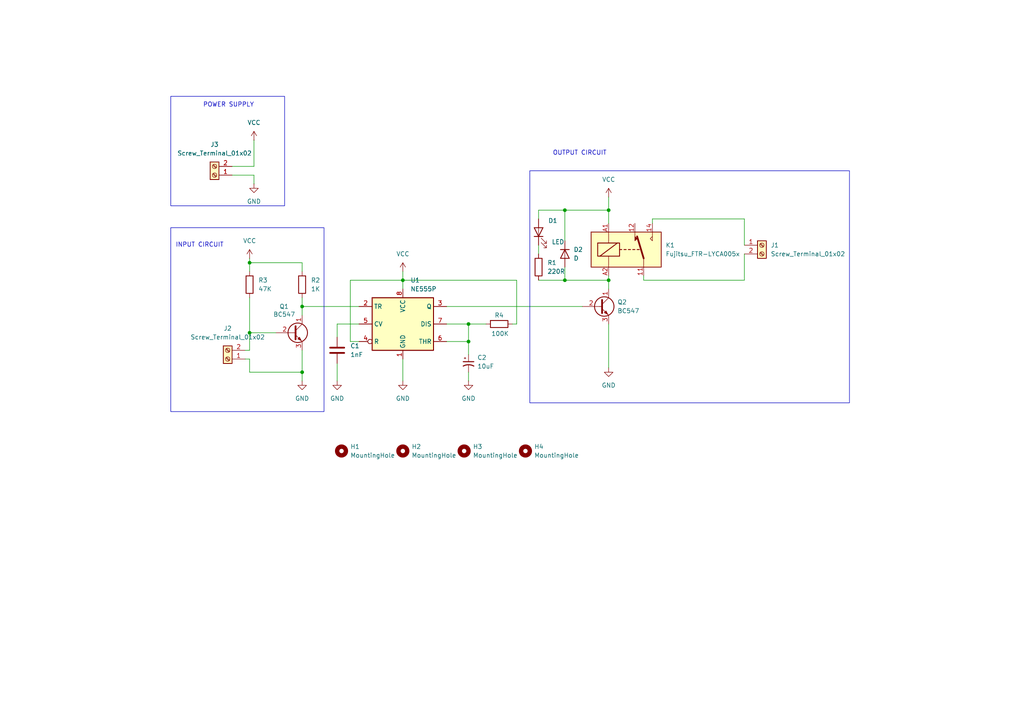
<source format=kicad_sch>
(kicad_sch (version 20231120) (generator "eeschema") (generator_version "8.0")
  (paper "A4")
  (title_block (title "CLAP SWITCH") (date "2024-12-30") (rev "v01") (comment 4 "Author:PUTSHU LUNGHE Samuel"))
  (lib_symbols
    (symbol "Connector:Screw_Terminal_01x02" (pin_names (offset 1.016) hide)
      (property "Reference" "J" (at 0 2.54 0))
      (property "Value" "Screw_Terminal_01x02" (at 0 -5.08 0))
      (symbol "Screw_Terminal_01x02_1_1"
        (rectangle (start -1.27 1.27) (end 1.27 -3.81) (stroke (width 0.254)) (fill (type background)))
        (circle (center 0 -2.54) (radius 0.635) (stroke (width 0.1524)))
        (polyline (pts (xy -0.5334 -2.2098) (xy 0.3302 -3.048)) (stroke (width 0.1524)))
        (polyline (pts (xy -0.5334 0.3302) (xy 0.3302 -0.508)) (stroke (width 0.1524)))
        (polyline (pts (xy -0.3556 -2.032) (xy 0.508 -2.8702)) (stroke (width 0.1524)))
        (polyline (pts (xy -0.3556 0.508) (xy 0.508 -0.3302)) (stroke (width 0.1524)))
        (circle (center 0 0) (radius 0.635) (stroke (width 0.1524)))
        (pin passive line (at -5.08 0 0) (length 3.81) (name "Pin_1") (number "1"))
        (pin passive line (at -5.08 -2.54 0) (length 3.81) (name "Pin_2") (number "2"))
      )
    )
    (symbol "Device:C" (pin_numbers hide) (pin_names (offset 0.254))
      (property "Reference" "C" (at 0.635 2.54 0))
      (property "Value" "C" (at 0.635 -2.54 0))
      (symbol "C_0_1"
        (polyline (pts (xy -2.032 -0.762) (xy 2.032 -0.762)) (stroke (width 0.508)))
        (polyline (pts (xy -2.032 0.762) (xy 2.032 0.762)) (stroke (width 0.508)))
      )
      (symbol "C_1_1"
        (pin passive line (at 0 3.81 270) (length 2.794) (name "~") (number "1"))
        (pin passive line (at 0 -3.81 90) (length 2.794) (name "~") (number "2"))
      )
    )
    (symbol "Device:C_Polarized_Small_US" (pin_numbers hide) (pin_names (offset 0.254) hide)
      (property "Reference" "C" (at 0.254 1.778 0))
      (property "Value" "C_Polarized_Small_US" (at 0.254 -2.032 0))
      (symbol "C_Polarized_Small_US_0_1"
        (polyline (pts (xy -1.524 0.508) (xy 1.524 0.508)) (stroke (width 0.3048)))
        (polyline (pts (xy -1.27 1.524) (xy -0.762 1.524)))
        (polyline (pts (xy -1.016 1.27) (xy -1.016 1.778)))
        (arc (start 1.524 -0.762) (mid 0 -0.3734) (end -1.524 -0.762) (stroke (width 0.3048)))
      )
      (symbol "C_Polarized_Small_US_1_1"
        (pin passive line (at 0 2.54 270) (length 2.032) (name "~") (number "1"))
        (pin passive line (at 0 -2.54 90) (length 2.032) (name "~") (number "2"))
      )
    )
    (symbol "Device:D" (pin_numbers hide) (pin_names (offset 1.016) hide)
      (property "Reference" "D" (at 0 2.54 0))
      (property "Value" "D" (at 0 -2.54 0))
      (symbol "D_0_1"
        (polyline (pts (xy -1.27 1.27) (xy -1.27 -1.27)) (stroke (width 0.254)))
        (polyline (pts (xy 1.27 0) (xy -1.27 0)))
        (polyline (pts (xy 1.27 1.27) (xy 1.27 -1.27) (xy -1.27 0) (xy 1.27 1.27)) (stroke (width 0.254)))
      )
      (symbol "D_1_1"
        (pin passive line (at -3.81 0 0) (length 2.54) (name "K") (number "1"))
        (pin passive line (at 3.81 0 180) (length 2.54) (name "A") (number "2"))
      )
    )
    (symbol "Device:LED" (pin_numbers hide) (pin_names (offset 1.016) hide)
      (property "Reference" "D" (at 0 2.54 0))
      (property "Value" "LED" (at 0 -2.54 0))
      (symbol "LED_0_1"
        (polyline (pts (xy -1.27 -1.27) (xy -1.27 1.27)) (stroke (width 0.254)))
        (polyline (pts (xy -1.27 0) (xy 1.27 0)))
        (polyline (pts (xy 1.27 -1.27) (xy 1.27 1.27) (xy -1.27 0) (xy 1.27 -1.27)) (stroke (width 0.254)))
        (polyline (pts (xy -3.048 -0.762) (xy -4.572 -2.286) (xy -3.81 -2.286) (xy -4.572 -2.286) (xy -4.572 -1.524)))
        (polyline (pts (xy -1.778 -0.762) (xy -3.302 -2.286) (xy -2.54 -2.286) (xy -3.302 -2.286) (xy -3.302 -1.524)))
      )
      (symbol "LED_1_1"
        (pin passive line (at -3.81 0 0) (length 2.54) (name "K") (number "1"))
        (pin passive line (at 3.81 0 180) (length 2.54) (name "A") (number "2"))
      )
    )
    (symbol "Device:R" (pin_numbers hide) (pin_names (offset 0))
      (property "Reference" "R" (at 2.032 0 90))
      (property "Value" "R" (at 0 0 90))
      (symbol "R_0_1"
        (rectangle (start -1.016 -2.54) (end 1.016 2.54) (stroke (width 0.254)))
      )
      (symbol "R_1_1"
        (pin passive line (at 0 3.81 270) (length 1.27) (name "~") (number "1"))
        (pin passive line (at 0 -3.81 90) (length 1.27) (name "~") (number "2"))
      )
    )
    (symbol "Mechanical:MountingHole" (pin_names (offset 1.016)) (exclude_from_sim yes) (in_bom no)
      (property "Reference" "H" (at 0 5.08 0))
      (property "Value" "MountingHole" (at 0 3.175 0))
      (symbol "MountingHole_0_1"
        (circle (center 0 0) (radius 1.27) (stroke (width 1.27)))
      )
    )
    (symbol "Relay:Fujitsu_FTR-LYCA005x"
      (property "Reference" "K" (at 11.43 3.81 0))
      (property "Value" "Fujitsu_FTR-LYCA005x" (at 11.43 1.27 0))
      (symbol "Fujitsu_FTR-LYCA005x_0_0"
        (polyline (pts (xy 7.62 5.08) (xy 7.62 2.54) (xy 6.985 3.175) (xy 7.62 3.81)))
      )
      (symbol "Fujitsu_FTR-LYCA005x_0_1"
        (rectangle (start -10.16 5.08) (end 10.16 -5.08) (stroke (width 0.254)) (fill (type background)))
        (rectangle (start -8.255 1.905) (end -1.905 -1.905) (stroke (width 0.254)))
        (polyline (pts (xy -7.62 -1.905) (xy -2.54 1.905)) (stroke (width 0.254)))
        (polyline (pts (xy -5.08 -5.08) (xy -5.08 -1.905)))
        (polyline (pts (xy -5.08 5.08) (xy -5.08 1.905)))
        (polyline (pts (xy -1.905 0) (xy -1.27 0)) (stroke (width 0.254)))
        (polyline (pts (xy -0.635 0) (xy 0 0)) (stroke (width 0.254)))
        (polyline (pts (xy 0.635 0) (xy 1.27 0)) (stroke (width 0.254)))
        (polyline (pts (xy 1.905 0) (xy 2.54 0)) (stroke (width 0.254)))
        (polyline (pts (xy 3.175 0) (xy 3.81 0)) (stroke (width 0.254)))
        (polyline (pts (xy 5.08 -2.54) (xy 3.175 3.81)) (stroke (width 0.508)))
        (polyline (pts (xy 5.08 -2.54) (xy 5.08 -5.08)))
        (polyline (pts (xy 2.54 5.08) (xy 2.54 2.54) (xy 3.175 3.175) (xy 2.54 3.81)) (fill (type outline)))
      )
      (symbol "Fujitsu_FTR-LYCA005x_1_1"
        (pin passive line (at 5.08 -7.62 90) (length 2.54) (name "~") (number "11"))
        (pin passive line (at 2.54 7.62 270) (length 2.54) (name "~") (number "12"))
        (pin passive line (at 7.62 7.62 270) (length 2.54) (name "~") (number "14"))
        (pin passive line (at -5.08 7.62 270) (length 2.54) (name "~") (number "A1"))
        (pin passive line (at -5.08 -7.62 90) (length 2.54) (name "~") (number "A2"))
      )
    )
    (symbol "Timer:NE555P"
      (property "Reference" "U" (at -10.16 8.89 0))
      (property "Value" "NE555P" (at 2.54 8.89 0))
      (symbol "NE555P_0_0"
        (pin power_in line (at 0 -10.16 90) (length 2.54) (name "GND") (number "1"))
        (pin power_in line (at 0 10.16 270) (length 2.54) (name "VCC") (number "8"))
      )
      (symbol "NE555P_0_1"
        (rectangle (start -8.89 -7.62) (end 8.89 7.62) (stroke (width 0.254)) (fill (type background)))
        (rectangle (start -8.89 -7.62) (end 8.89 7.62) (stroke (width 0.254)) (fill (type background)))
      )
      (symbol "NE555P_1_1"
        (pin input line (at -12.7 5.08 0) (length 3.81) (name "TR") (number "2"))
        (pin output line (at 12.7 5.08 180) (length 3.81) (name "Q") (number "3"))
        (pin input inverted (at -12.7 -5.08 0) (length 3.81) (name "R") (number "4"))
        (pin input line (at -12.7 0 0) (length 3.81) (name "CV") (number "5"))
        (pin input line (at 12.7 -5.08 180) (length 3.81) (name "THR") (number "6"))
        (pin input line (at 12.7 0 180) (length 3.81) (name "DIS") (number "7"))
      )
    )
    (symbol "Transistor_BJT:BC547" (pin_names (offset 0) hide)
      (property "Reference" "Q" (at 5.08 1.905 0))
      (property "Value" "BC547" (at 5.08 0 0))
      (symbol "BC547_0_1"
        (polyline (pts (xy 0 0) (xy 0.635 0)))
        (polyline (pts (xy 0.635 0.635) (xy 2.54 2.54)))
        (polyline (pts (xy 0.635 -0.635) (xy 2.54 -2.54) (xy 2.54 -2.54)))
        (polyline (pts (xy 0.635 1.905) (xy 0.635 -1.905) (xy 0.635 -1.905)) (stroke (width 0.508)))
        (polyline (pts (xy 1.27 -1.778) (xy 1.778 -1.27) (xy 2.286 -2.286) (xy 1.27 -1.778) (xy 1.27 -1.778)) (fill (type outline)))
        (circle (center 1.27 0) (radius 2.8194) (stroke (width 0.254)))
      )
      (symbol "BC547_1_1"
        (pin passive line (at 2.54 5.08 270) (length 2.54) (name "C") (number "1"))
        (pin input line (at -5.08 0 0) (length 5.08) (name "B") (number "2"))
        (pin passive line (at 2.54 -5.08 90) (length 2.54) (name "E") (number "3"))
      )
    )
    (symbol "power:GND" (power) (pin_numbers hide) (pin_names (offset 0) hide)
      (property "Value" "GND" (at 0 -3.81 0))
      (symbol "GND_0_1"
        (polyline (pts (xy 0 0) (xy 0 -1.27) (xy 1.27 -1.27) (xy 0 -2.54) (xy -1.27 -1.27) (xy 0 -1.27)))
      )
      (symbol "GND_1_1"
        (pin power_in line (at 0 0 270) (length 0) (name "~") (number "1"))
      )
    )
    (symbol "power:VCC" (power) (pin_numbers hide) (pin_names (offset 0) hide)
      (property "Value" "VCC" (at 0 3.556 0))
      (symbol "VCC_0_1"
        (polyline (pts (xy -0.762 1.27) (xy 0 2.54)))
        (polyline (pts (xy 0 0) (xy 0 2.54)))
        (polyline (pts (xy 0 2.54) (xy 0.762 1.27)))
      )
      (symbol "VCC_1_1"
        (pin power_in line (at 0 0 90) (length 0) (name "~") (number "1"))
      )
    )
  )
  (junction (at 72.39 96.52))
  (junction (at 163.83 60.96))
  (junction (at 116.84 81.28))
  (junction (at 87.63 107.95))
  (junction (at 87.63 88.9))
  (junction (at 135.89 93.98))
  (junction (at 72.39 76.2))
  (junction (at 163.83 81.28))
  (junction (at 176.53 81.28))
  (junction (at 176.53 60.96))
  (junction (at 135.89 99.06))
  (wire (pts (xy 72.39 86.36) (xy 72.39 96.52)))
  (wire (pts (xy 73.66 50.8) (xy 73.66 53.34)))
  (wire (pts (xy 101.6 99.06) (xy 101.6 81.28)))
  (wire (pts (xy 87.63 107.95) (xy 87.63 110.49)))
  (wire (pts (xy 156.21 60.96) (xy 163.83 60.96)))
  (wire (pts (xy 87.63 86.36) (xy 87.63 88.9)))
  (wire (pts (xy 215.9 63.5) (xy 215.9 71.12)))
  (wire (pts (xy 116.84 104.14) (xy 116.84 110.49)))
  (wire (pts (xy 72.39 101.6) (xy 72.39 96.52)))
  (wire (pts (xy 135.89 99.06) (xy 135.89 102.87)))
  (wire (pts (xy 72.39 104.14) (xy 71.12 104.14)))
  (wire (pts (xy 97.79 105.41) (xy 97.79 110.49)))
  (wire (pts (xy 176.53 81.28) (xy 176.53 83.82)))
  (wire (pts (xy 189.23 64.77) (xy 189.23 63.5)))
  (wire (pts (xy 156.21 81.28) (xy 163.83 81.28)))
  (wire (pts (xy 148.59 93.98) (xy 149.86 93.98)))
  (wire (pts (xy 163.83 60.96) (xy 176.53 60.96)))
  (wire (pts (xy 72.39 104.14) (xy 72.39 107.95)))
  (wire (pts (xy 176.53 57.15) (xy 176.53 60.96)))
  (wire (pts (xy 135.89 93.98) (xy 140.97 93.98)))
  (wire (pts (xy 215.9 81.28) (xy 215.9 73.66)))
  (wire (pts (xy 104.14 93.98) (xy 97.79 93.98)))
  (wire (pts (xy 104.14 99.06) (xy 101.6 99.06)))
  (wire (pts (xy 135.89 99.06) (xy 129.54 99.06)))
  (wire (pts (xy 116.84 81.28) (xy 116.84 83.82)))
  (wire (pts (xy 189.23 63.5) (xy 215.9 63.5)))
  (wire (pts (xy 149.86 81.28) (xy 116.84 81.28)))
  (wire (pts (xy 129.54 93.98) (xy 135.89 93.98)))
  (wire (pts (xy 87.63 88.9) (xy 104.14 88.9)))
  (wire (pts (xy 176.53 60.96) (xy 176.53 64.77)))
  (wire (pts (xy 116.84 78.74) (xy 116.84 81.28)))
  (wire (pts (xy 72.39 96.52) (xy 80.01 96.52)))
  (wire (pts (xy 156.21 71.12) (xy 156.21 73.66)))
  (wire (pts (xy 73.66 40.64) (xy 73.66 48.26)))
  (wire (pts (xy 129.54 88.9) (xy 168.91 88.9)))
  (wire (pts (xy 73.66 48.26) (xy 67.31 48.26)))
  (wire (pts (xy 67.31 50.8) (xy 73.66 50.8)))
  (wire (pts (xy 87.63 101.6) (xy 87.63 107.95)))
  (wire (pts (xy 135.89 107.95) (xy 135.89 110.49)))
  (wire (pts (xy 156.21 63.5) (xy 156.21 60.96)))
  (wire (pts (xy 71.12 101.6) (xy 72.39 101.6)))
  (wire (pts (xy 163.83 81.28) (xy 176.53 81.28)))
  (wire (pts (xy 87.63 76.2) (xy 87.63 78.74)))
  (wire (pts (xy 135.89 93.98) (xy 135.89 99.06)))
  (wire (pts (xy 72.39 76.2) (xy 72.39 78.74)))
  (wire (pts (xy 176.53 93.98) (xy 176.53 106.68)))
  (wire (pts (xy 87.63 91.44) (xy 87.63 88.9)))
  (wire (pts (xy 186.69 80.01) (xy 186.69 81.28)))
  (wire (pts (xy 176.53 80.01) (xy 176.53 81.28)))
  (wire (pts (xy 163.83 77.47) (xy 163.83 81.28)))
  (wire (pts (xy 186.69 81.28) (xy 215.9 81.28)))
  (wire (pts (xy 149.86 93.98) (xy 149.86 81.28)))
  (wire (pts (xy 72.39 74.93) (xy 72.39 76.2)))
  (wire (pts (xy 72.39 107.95) (xy 87.63 107.95)))
  (wire (pts (xy 163.83 69.85) (xy 163.83 60.96)))
  (wire (pts (xy 72.39 76.2) (xy 87.63 76.2)))
  (wire (pts (xy 101.6 81.28) (xy 116.84 81.28)))
  (wire (pts (xy 97.79 93.98) (xy 97.79 97.79)))
  (rectangle (start 153.67 49.53) (end 246.38 116.84))
  (rectangle (start 49.53 66.04) (end 93.98 119.38))
  (rectangle (start 49.53 27.94) (end 82.55 59.69))
  (text "POWER SUPPLY" (at 66.294 30.48 0) (effects (font (size 1.27 1.27))))
  (text "OUTPUT CIRCUIT\n" (at 168.148 44.45 0) (effects (font (size 1.27 1.27))))
  (text "INPUT CIRCUIT\n" (at 57.912 71.12 0) (effects (font (size 1.27 1.27))))
  (symbol (lib_id "Device:R") (at 72.39 82.55 0) (unit 1)
    (property "Reference" "R3" (at 74.93 81.2799 0) (effects (justify left)))
    (property "Value" "47K" (at 74.93 83.8199 0) (effects (justify left)))
    (property "Footprint" "Resistor_THT:R_Axial_DIN0204_L3.6mm_D1.6mm_P5.08mm_Horizontal" (effects (hide yes)))
    (property "Description" "Resistor" (effects (hide yes)))
  )
  (symbol (lib_id "Mechanical:MountingHole") (at 134.62 130.81 0) (unit 1) (exclude_from_sim yes) (in_bom no)
    (property "Reference" "H3" (at 137.16 129.5399 0) (effects (justify left)))
    (property "Value" "MountingHole" (at 137.16 132.0799 0) (effects (justify left)))
    (property "Footprint" "MountingHole:MountingHole_2.5mm_Pad" (effects (hide yes)))
    (property "Description" "Mounting Hole without connection" (effects (hide yes)))
  )
  (symbol (lib_id "power:GND") (at 73.66 53.34 0) (unit 1)
    (property "Reference" "#PWR01" (effects (hide yes)))
    (property "Value" "GND" (at 73.66 58.42 0))
    (property "Description" "Power symbol creates a global label with name \"GND\" , ground" (effects (hide yes)))
  )
  (symbol (lib_id "Device:R") (at 144.78 93.98 270) (unit 1)
    (property "Reference" "R4" (at 144.78 91.44 90))
    (property "Value" "100K" (at 145.034 96.774 90))
    (property "Footprint" "Resistor_THT:R_Axial_DIN0204_L3.6mm_D1.6mm_P5.08mm_Horizontal" (effects (hide yes)))
    (property "Description" "Resistor" (effects (hide yes)))
  )
  (symbol (lib_id "power:GND") (at 116.84 110.49 0) (unit 1)
    (property "Reference" "#PWR06" (effects (hide yes)))
    (property "Value" "GND" (at 116.84 115.57 0))
    (property "Description" "Power symbol creates a global label with name \"GND\" , ground" (effects (hide yes)))
  )
  (symbol (lib_id "power:VCC") (at 72.39 74.93 0) (unit 1)
    (property "Reference" "#PWR03" (effects (hide yes)))
    (property "Value" "VCC" (at 72.39 69.85 0))
    (property "Description" "Power symbol creates a global label with name \"VCC\"" (effects (hide yes)))
  )
  (symbol (lib_id "Connector:Screw_Terminal_01x02") (at 62.23 50.8 180) (unit 1)
    (property "Reference" "J3" (at 62.23 41.91 0))
    (property "Value" "Screw_Terminal_01x02" (at 62.23 44.45 0))
    (property "Footprint" "TerminalBlock_Phoenix:TerminalBlock_Phoenix_PT-1,5-2-3.5-H_1x02_P3.50mm_Horizontal" (effects (hide yes)))
    (property "Description" "Generic screw terminal, single row, 01x02, script generated (kicad-library-utils/schlib/autogen/connector/)" (effects (hide yes)))
  )
  (symbol (lib_id "Transistor_BJT:BC547") (at 85.09 96.52 0) (unit 1)
    (property "Reference" "Q1" (at 81.026 88.9 0) (effects (justify left)))
    (property "Value" "BC547" (at 79.248 91.186 0) (effects (justify left)))
    (property "Footprint" "Package_TO_SOT_THT:TO-92_Inline" (effects (hide yes)))
    (property "Datasheet" "https://www.onsemi.com/pub/Collateral/BC550-D.pdf" (effects (hide yes)))
    (property "Description" "0.1A Ic, 45V Vce, Small Signal NPN Transistor, TO-92" (effects (hide yes)))
  )
  (symbol (lib_id "power:VCC") (at 73.66 40.64 0) (unit 1)
    (property "Reference" "#PWR08" (effects (hide yes)))
    (property "Value" "VCC" (at 73.66 35.56 0))
    (property "Description" "Power symbol creates a global label with name \"VCC\"" (effects (hide yes)))
  )
  (symbol (lib_id "Device:R") (at 156.21 77.47 0) (unit 1)
    (property "Reference" "R1" (at 158.75 76.1999 0) (effects (justify left)))
    (property "Value" "220R" (at 158.75 78.7399 0) (effects (justify left)))
    (property "Footprint" "Resistor_THT:R_Axial_DIN0204_L3.6mm_D1.6mm_P5.08mm_Horizontal" (effects (hide yes)))
    (property "Description" "Resistor" (effects (hide yes)))
  )
  (symbol (lib_id "Connector:Screw_Terminal_01x02") (at 220.98 71.12 0) (unit 1)
    (property "Reference" "J1" (at 223.52 71.1199 0) (effects (justify left)))
    (property "Value" "Screw_Terminal_01x02" (at 223.52 73.6599 0) (effects (justify left)))
    (property "Footprint" "TerminalBlock_Phoenix:TerminalBlock_Phoenix_PT-1,5-2-3.5-H_1x02_P3.50mm_Horizontal" (effects (hide yes)))
    (property "Description" "Generic screw terminal, single row, 01x02, script generated (kicad-library-utils/schlib/autogen/connector/)" (effects (hide yes)))
  )
  (symbol (lib_id "Connector:Screw_Terminal_01x02") (at 66.04 104.14 180) (unit 1)
    (property "Reference" "J2" (at 66.04 95.25 0))
    (property "Value" "Screw_Terminal_01x02" (at 66.04 97.79 0))
    (property "Footprint" "TerminalBlock_Phoenix:TerminalBlock_Phoenix_PT-1,5-2-3.5-H_1x02_P3.50mm_Horizontal" (effects (hide yes)))
    (property "Description" "Generic screw terminal, single row, 01x02, script generated (kicad-library-utils/schlib/autogen/connector/)" (effects (hide yes)))
  )
  (symbol (lib_id "power:VCC") (at 176.53 57.15 0) (unit 1)
    (property "Reference" "#PWR010" (effects (hide yes)))
    (property "Value" "VCC" (at 176.53 52.07 0))
    (property "Description" "Power symbol creates a global label with name \"VCC\"" (effects (hide yes)))
  )
  (symbol (lib_id "Relay:Fujitsu_FTR-LYCA005x") (at 181.61 72.39 0) (unit 1)
    (property "Reference" "K1" (at 193.04 71.1199 0) (effects (justify left)))
    (property "Value" "Fujitsu_FTR-LYCA005x" (at 193.04 73.6599 0) (effects (justify left)))
    (property "Footprint" "Relay_THT:Relay_SPDT_Schrack-RT1-FormC_RM5mm" (effects (hide yes)))
    (property "Datasheet" "https://www.fujitsu.com/sg/imagesgig5/ftr-ly.pdf" (effects (hide yes)))
    (property "Description" "Relay, SPDT Form C, vertical mount, 5-60V coil, 6A, 250VAC, 28 x 5 x 15mm" (effects (hide yes)))
  )
  (symbol (lib_id "Mechanical:MountingHole") (at 99.06 130.81 0) (unit 1) (exclude_from_sim yes) (in_bom no)
    (property "Reference" "H1" (at 101.6 129.5399 0) (effects (justify left)))
    (property "Value" "MountingHole" (at 101.6 132.0799 0) (effects (justify left)))
    (property "Footprint" "MountingHole:MountingHole_2.5mm_Pad" (effects (hide yes)))
    (property "Description" "Mounting Hole without connection" (effects (hide yes)))
  )
  (symbol (lib_id "power:GND") (at 97.79 110.49 0) (unit 1)
    (property "Reference" "#PWR05" (effects (hide yes)))
    (property "Value" "GND" (at 97.79 115.57 0))
    (property "Description" "Power symbol creates a global label with name \"GND\" , ground" (effects (hide yes)))
  )
  (symbol (lib_id "Device:R") (at 87.63 82.55 0) (unit 1)
    (property "Reference" "R2" (at 90.17 81.2799 0) (effects (justify left)))
    (property "Value" "1K" (at 90.17 83.8199 0) (effects (justify left)))
    (property "Footprint" "Resistor_THT:R_Axial_DIN0204_L3.6mm_D1.6mm_P5.08mm_Horizontal" (effects (hide yes)))
    (property "Description" "Resistor" (effects (hide yes)))
  )
  (symbol (lib_id "Device:C_Polarized_Small_US") (at 135.89 105.41 0) (unit 1)
    (property "Reference" "C2" (at 138.43 103.7081 0) (effects (justify left)))
    (property "Value" "10uF" (at 138.43 106.2481 0) (effects (justify left)))
    (property "Footprint" "Capacitor_THT:CP_Radial_D8.0mm_P3.80mm" (effects (hide yes)))
    (property "Description" "Polarized capacitor, small US symbol" (effects (hide yes)))
  )
  (symbol (lib_id "power:GND") (at 87.63 110.49 0) (unit 1)
    (property "Reference" "#PWR04" (effects (hide yes)))
    (property "Value" "GND" (at 87.63 115.57 0))
    (property "Description" "Power symbol creates a global label with name \"GND\" , ground" (effects (hide yes)))
  )
  (symbol (lib_id "Device:C") (at 97.79 101.6 0) (unit 1)
    (property "Reference" "C1" (at 101.6 100.3299 0) (effects (justify left)))
    (property "Value" "1nF" (at 101.6 102.8699 0) (effects (justify left)))
    (property "Footprint" "Capacitor_THT:CP_Radial_D4.0mm_P1.50mm" (effects (hide yes)))
    (property "Description" "Unpolarized capacitor" (effects (hide yes)))
  )
  (symbol (lib_id "Mechanical:MountingHole") (at 116.84 130.81 0) (unit 1) (exclude_from_sim yes) (in_bom no)
    (property "Reference" "H2" (at 119.38 129.5399 0) (effects (justify left)))
    (property "Value" "MountingHole" (at 119.38 132.0799 0) (effects (justify left)))
    (property "Footprint" "MountingHole:MountingHole_2.5mm_Pad" (effects (hide yes)))
    (property "Description" "Mounting Hole without connection" (effects (hide yes)))
  )
  (symbol (lib_id "Device:D") (at 163.83 73.66 270) (unit 1)
    (property "Reference" "D2" (at 166.37 72.3899 90) (effects (justify left)))
    (property "Value" "D" (at 166.37 74.9299 90) (effects (justify left)))
    (property "Footprint" "Diode_THT:D_A-405_P7.62mm_Horizontal" (effects (hide yes)))
    (property "Description" "Diode" (effects (hide yes)))
    (property "Sim.Device" "D" (effects (hide yes)))
    (property "Sim.Pins" "1=K 2=A" (effects (hide yes)))
  )
  (symbol (lib_id "Device:LED") (at 156.21 67.31 90) (unit 1)
    (property "Reference" "D1" (at 159.004 64.008 90) (effects (justify right)))
    (property "Value" "LED" (at 160.02 70.1674 90) (effects (justify right)))
    (property "Footprint" "LED_THT:LED_D3.0mm" (effects (hide yes)))
    (property "Description" "Light emitting diode" (effects (hide yes)))
  )
  (symbol (lib_id "power:GND") (at 135.89 110.49 0) (unit 1)
    (property "Reference" "#PWR07" (effects (hide yes)))
    (property "Value" "GND" (at 135.89 115.57 0))
    (property "Description" "Power symbol creates a global label with name \"GND\" , ground" (effects (hide yes)))
  )
  (symbol (lib_id "power:VCC") (at 116.84 78.74 0) (unit 1)
    (property "Reference" "#PWR02" (effects (hide yes)))
    (property "Value" "VCC" (at 116.84 73.66 0))
    (property "Description" "Power symbol creates a global label with name \"VCC\"" (effects (hide yes)))
  )
  (symbol (lib_id "Mechanical:MountingHole") (at 152.4 130.81 0) (unit 1) (exclude_from_sim yes) (in_bom no)
    (property "Reference" "H4" (at 154.94 129.5399 0) (effects (justify left)))
    (property "Value" "MountingHole" (at 154.94 132.0799 0) (effects (justify left)))
    (property "Footprint" "MountingHole:MountingHole_2.5mm_Pad" (effects (hide yes)))
    (property "Description" "Mounting Hole without connection" (effects (hide yes)))
  )
  (symbol (lib_id "Timer:NE555P") (at 116.84 93.98 0) (unit 1)
    (property "Reference" "U1" (at 119.0341 81.28 0) (effects (justify left)))
    (property "Value" "NE555P" (at 119.0341 83.82 0) (effects (justify left)))
    (property "Footprint" "Package_DIP:DIP-8_W7.62mm" (effects (hide yes)))
    (property "Datasheet" "http://www.ti.com/lit/ds/symlink/ne555.pdf" (effects (hide yes)))
    (property "Description" "Precision Timers, 555 compatible,  PDIP-8" (effects (hide yes)))
  )
  (symbol (lib_id "power:GND") (at 176.53 106.68 0) (unit 1)
    (property "Reference" "#PWR09" (effects (hide yes)))
    (property "Value" "GND" (at 176.53 111.76 0))
    (property "Description" "Power symbol creates a global label with name \"GND\" , ground" (effects (hide yes)))
  )
  (symbol (lib_id "Transistor_BJT:BC547") (at 173.99 88.9 0) (unit 1)
    (property "Reference" "Q2" (at 179.07 87.6299 0) (effects (justify left)))
    (property "Value" "BC547" (at 179.07 90.1699 0) (effects (justify left)))
    (property "Footprint" "Package_TO_SOT_THT:TO-92_Inline" (effects (hide yes)))
    (property "Datasheet" "https://www.onsemi.com/pub/Collateral/BC550-D.pdf" (effects (hide yes)))
    (property "Description" "0.1A Ic, 45V Vce, Small Signal NPN Transistor, TO-92" (effects (hide yes)))
  )
)
</source>
